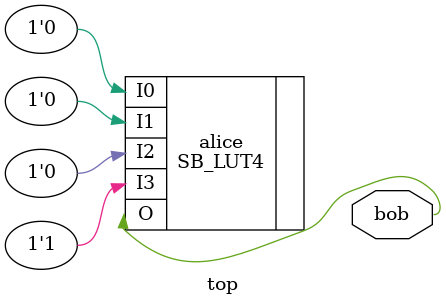
<source format=v>
module top(output bob);
	(* syn_noprune *)
	SB_LUT4 #(
		.LUT_INIT(16'b0000_0000_0000_0000)
	) alice (
		.I0(1'b0),
		.I1(1'b0),
		.I2(1'b0),
		.I3(1'b1),
		.O(bob)
	);
endmodule

</source>
